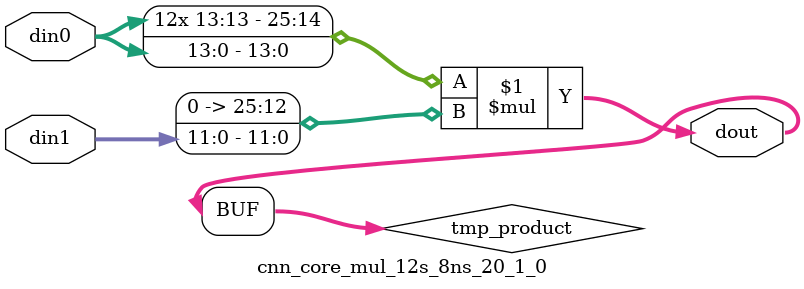
<source format=v>

`timescale 1 ns / 1 ps

  module cnn_core_mul_12s_8ns_20_1_0(din0, din1, dout);
parameter ID = 1;
parameter NUM_STAGE = 0;
parameter din0_WIDTH = 14;
parameter din1_WIDTH = 12;
parameter dout_WIDTH = 26;

input [din0_WIDTH - 1 : 0] din0; 
input [din1_WIDTH - 1 : 0] din1; 
output [dout_WIDTH - 1 : 0] dout;

wire signed [dout_WIDTH - 1 : 0] tmp_product;












assign tmp_product = $signed(din0) * $signed({1'b0, din1});









assign dout = tmp_product;







endmodule

</source>
